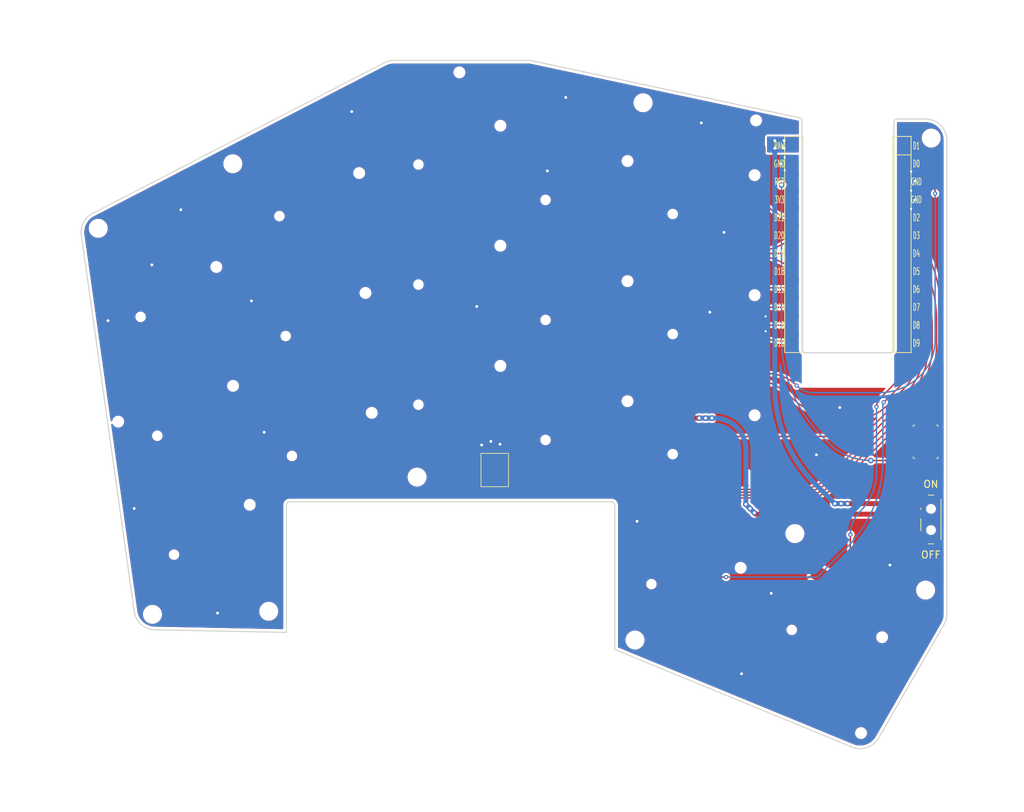
<source format=kicad_pcb>
(kicad_pcb (version 20241229) (generator "pcbnew") (generator_version "9.0")
  (title_block (title "slimsplaydy_left") (date "2025-06-18") (rev "1.0") (company "huntercook"))
  (layers (0 "F.Cu" signal) (2 "B.Cu" signal) (13 "F.Paste" user) (15 "B.Paste" user) (5 "F.SilkS" user "F.Silkscreen") (7 "B.SilkS" user "B.Silkscreen") (1 "F.Mask" user) (3 "B.Mask" user) (25 "Edge.Cuts" user))
  (net 0 "")
  (net 1 "RAW")
  (net 2 "GND")
  (net 3 "RST")
  (net 5 "finger_inner_top")
  (net 6 "finger_index_top")
  (net 7 "finger_middle_top")
  (net 8 "finger_ring_top")
  (net 9 "finger_pinky_home")
  (net 10 "finger_ring_home")
  (net 11 "finger_middle_home")
  (net 12 "finger_index_home")
  (net 13 "finger_inner_home")
  (net 15 "finger_pinky_bottom")
  (net 16 "finger_ring_bottom")
  (net 17 "finger_middle_bottom")
  (net 18 "finger_index_bottom")
  (net 19 "finger_inner_bottom")
  (net 20 "finger_pinky_top")
  (net 21 "thumb_tucky_fan")
  (net 22 "thumb_reachy_fan")
  (net 23 "BAT_P")
  (footprint "PG1316S" (layer "F.Cu") (at 53.047877 -32.450245)
    (property "Reference" "S11" (hide yes))
    (property "Value" "PG1316S")
  )
  (footprint "ceoloide:mounting_hole_npth" (layer "F.Cu") (at 61.047877 -60.450245)
    (property "Reference" "MH15" (hide yes))
    (property "Value" "")
  )
  (footprint "PG1316S" (layer "F.Cu") (at 71.047877 -47.450245)
    (property "Reference" "S15" (hide yes))
    (property "Value" "PG1316S")
  )
  (footprint "ceoloide:mounting_hole_npth" (layer "F.Cu") (at 77.047877 -57.950245)
    (property "Reference" "MH4" (hide yes))
    (property "Value" "")
  )
  (footprint "Molex_Pico_EZMate_Plus_1x02" (layer "F.Cu") (at 40.047876 -8.450245)
    (property "Reference" "CONN1" (hide yes))
    (property "Value" "Battery Connector")
  )
  (footprint "PG1316S" (layer "F.Cu") (at 68.547877 6.549755 -15)
    (property "Reference" "S16" (hide yes))
    (property "Value" "PG1316S")
  )
  (footprint "PG1316S" (layer "F.Cu") (at 35.047876 -20.450245)
    (property "Reference" "S7" (hide yes))
    (property "Value" "PG1316S")
  )
  (footprint "ceoloide:mounting_hole_npth" (layer "F.Cu") (at 101.047877 8.549755)
    (property "Reference" "MH8" (hide yes))
    (property "Value" "")
  )
  (footprint "PG1316S" (layer "F.Cu") (at 15.207686 -47.44889 3)
    (property "Reference" "S6" (hide yes))
    (property "Value" "PG1316S")
  )
  (footprint "PG1316S" (layer "F.Cu") (at 88.498543 14.699368 -30)
    (property "Reference" "S17" (hide yes))
    (property "Value" "PG1316S")
  )
  (footprint "ceoloide:reset_switch_smd_side" (layer "F.Cu") (at 101.047877 -12.450245 -90)
    (property "Reference" "RST1" (hide yes))
    (property "Value" "Reset SW")
  )
  (footprint "ceoloide:mounting_hole_npth" (layer "F.Cu") (at 101.847877 -55.450245)
    (property "Reference" "MH5" (hide yes))
    (property "Value" "")
  )
  (footprint "ceoloide:mounting_hole_npth" (layer "F.Cu") (at 35.047876 -64.750244)
    (property "Reference" "MH3" (hide yes))
    (property "Value" "")
  )
  (footprint "PG1316S" (layer "F.Cu") (at 71.047877 -13.450245)
    (property "Reference" "S13" (hide yes))
    (property "Value" "PG1316S")
  )
  (footprint "ceoloide:mounting_hole_npth" (layer "F.Cu") (at -13.258891 -15.303653 8)
    (property "Reference" "MH2" (hide yes))
    (property "Value" "")
  )
  (footprint "ceoloide:mounting_hole_npth" (layer "F.Cu") (at 2.962452 -51.814006 3)
    (property "Reference" "MH14" (hide yes))
    (property "Value" "")
  )
  (footprint "PG1316S" (layer "F.Cu") (at 71.047877 -30.450245)
    (property "Reference" "S14" (hide yes))
    (property "Value" "PG1316S")
  )
  (footprint "PG1316S" (layer "F.Cu") (at 53.047877 -15.450245)
    (property "Reference" "S10" (hide yes))
    (property "Value" "PG1316S")
  )
  (footprint "PG1316S" (layer "F.Cu") (at -2.365943 -16.834557 8)
    (property "Reference" "S2" (hide yes))
    (property "Value" "PG1316S")
  )
  (footprint "ceoloide:mounting_hole_npth" (layer "F.Cu") (at -16.095884 -42.675198 8)
    (property "Reference" "MH13" (hide yes))
    (property "Value" "")
  )
  (footprint "PG1316S" (layer "F.Cu") (at 16.097398 -30.472188 3)
    (property "Reference" "S5" (hide yes))
    (property "Value" "PG1316S")
  )
  (footprint "ceoloide:mounting_hole_npth" (layer "F.Cu") (at 91.908797 28.792635 -30)
    (property "Reference" "MH1" (hide yes))
    (property "Value" "")
  )
  (footprint "ceoloide:mcu_nice_nano" (layer "F.Cu") (at 90.047877 -41.650245)
    (property "Reference" "MCU1" (hide yes))
    (property "Value" "nice_nano")
  )
  (footprint "PG1316S" (layer "F.Cu") (at 16.987109 -13.495486 3)
    (property "Reference" "S4" (hide yes))
    (property "Value" "PG1316S")
  )
  (footprint "PG1316S" (layer "F.Cu") (at 35.047876 -37.450245)
    (property "Reference" "S8" (hide yes))
    (property "Value" "PG1316S")
  )
  (footprint "ceoloide:mounting_hole_npth" (layer "F.Cu") (at 29.047876 -7.450245)
    (property "Reference" "MH10" (hide yes))
    (property "Value" "")
  )
  (footprint "ceoloide:mounting_hole_npth" (layer "F.Cu") (at 59.905312 15.622025 -15)
    (property "Reference" "MH9" (hide yes))
    (property "Value" "")
  )
  (footprint "ceoloide:mounting_hole_npth" (layer "F.Cu") (at -8.413529 11.987599 8)
    (property "Reference" "MH12" (hide yes))
    (property "Value" "")
  )
  (footprint "PG1316S" (layer "F.Cu") (at 0 0 8)
    (property "Reference" "S1" (hide yes))
    (property "Value" "PG1316S")
  )
  (footprint "PG1316S" (layer "F.Cu") (at -4.731885 -33.669114 8)
    (property "Reference" "S3" (hide yes))
    (property "Value" "PG1316S")
  )
  (footprint "ceoloide:mounting_hole_npth" (layer "F.Cu") (at 82.547877 0.549755)
    (property "Reference" "MH7" (hide yes))
    (property "Value" "")
  )
  (footprint "PG1316S" (layer "F.Cu") (at 53.047877 -49.450245)
    (property "Reference" "S12" (hide yes))
    (property "Value" "PG1316S")
  )
  (footprint "ceoloide:power_switch_smd_side" (layer "F.Cu") (at 101.797877 -1.450245)
    (property "Reference" "PWR1" (hide yes))
    (property "Value" "Power SW")
  )
  (footprint "PG1316S" (layer "F.Cu") (at 35.047876 -54.450245)
    (property "Reference" "S9" (hide yes))
    (property "Value" "PG1316S")
  )
  (footprint "ceoloide:mounting_hole_npth" (layer "F.Cu") (at 90.047877 -21.450245)
    (property "Reference" "MH6" (hide yes))
    (property "Value" "")
  )
  (footprint "ceoloide:mounting_hole_npth" (layer "F.Cu") (at 8.047876 11.549756)
    (property "Reference" "MH11" (hide yes))
    (property "Value" "")
  )
  (footprint "magsafe" (layer "B.Cu") (at 45.047877 -32.450245)
    (property "Reference" "MAG1" (hide yes))
    (property "Value" "")
  )
  (gr_line (start 11.047876 -3.950245) (end 56.547876 -3.950245) (stroke (width 0.15)) (layer "Edge.Cuts"))
  (gr_arc (start 104.047877 11.946544) (mid 103.945797 12.722423) (end 103.646546 13.445516) (stroke (width 0.15)) (layer "Edge.Cuts"))
  (gr_line (start -10.994404 11.586957) (end -18.484237 -41.705976) (stroke (width 0.15)) (layer "Edge.Cuts"))
  (gr_line (start 90.645777 30.775903) (end 57.047876 16.955536) (stroke (width 0.15)) (layer "Edge.Cuts"))
  (gr_line (start 97.047877 -58.150245) (end 101.047877 -58.150245) (stroke (width 0.15)) (layer "Edge.Cuts"))
  (gr_line (start 25.776887 -66.450245) (end 44.732181 -66.450245) (stroke (width 0.15)) (layer "Edge.Cuts"))
  (gr_arc (start 96.547877 -57.650245) (mid 96.694338 -58.003777) (end 97.047877 -58.150245) (stroke (width 0.15)) (layer "Edge.Cuts"))
  (gr_arc (start 44.732181 -66.450245) (mid 45.046143 -66.433773) (end 45.356657 -66.38453) (stroke (width 0.15)) (layer "Edge.Cuts"))
  (gr_arc (start 10.547876 -3.450245) (mid 10.694337 -3.803778) (end 11.047876 -3.950245) (stroke (width 0.15)) (layer "Edge.Cuts"))
  (gr_line (start 10.547876 14.539434) (end -8.083261 14.168844) (stroke (width 0.15)) (layer "Edge.Cuts"))
  (gr_arc (start -18.484237 -41.705976) (mid -18.178284 -43.501382) (end -16.890158 -44.788947) (stroke (width 0.15)) (layer "Edge.Cuts"))
  (gr_arc (start 96.547877 -25.550245) (mid 96.401445 -25.196671) (end 96.047877 -25.050245) (stroke (width 0.15)) (layer "Edge.Cuts"))
  (gr_line (start -16.890158 -44.788947) (end 24.400162 -66.115696) (stroke (width 0.15)) (layer "Edge.Cuts"))
  (gr_line (start 57.047876 -3.450245) (end 57.047876 16.955536) (stroke (width 0.15)) (layer "Edge.Cuts"))
  (gr_arc (start 24.400162 -66.115696) (mid 25.068492 -66.365407) (end 25.776887 -66.450245) (stroke (width 0.15)) (layer "Edge.Cuts"))
  (gr_arc (start 101.047877 -58.150245) (mid 103.169228 -57.271576) (end 104.047877 -55.150245) (stroke (width 0.15)) (layer "Edge.Cuts"))
  (gr_line (start 10.547876 14.539434) (end 10.547876 -3.450245) (stroke (width 0.15)) (layer "Edge.Cuts"))
  (gr_arc (start 56.547876 -3.950245) (mid 56.901461 -3.80381) (end 57.047876 -3.450245) (stroke (width 0.15)) (layer "Edge.Cuts"))
  (gr_line (start 83.547877 -25.550245) (end 83.547877 -57.851867) (stroke (width 0.15)) (layer "Edge.Cuts"))
  (gr_line (start 45.356657 -66.38453) (end 83.151956 -58.340914) (stroke (width 0.15)) (layer "Edge.Cuts"))
  (gr_arc (start -8.083261 14.168844) (mid -10.014194 13.413883) (end -10.994404 11.586957) (stroke (width 0.15)) (layer "Edge.Cuts"))
  (gr_arc (start 94.385703 29.500432) (mid 92.755394 30.840913) (end 90.645777 30.775903) (stroke (width 0.15)) (layer "Edge.Cuts"))
  (gr_line (start 104.047877 -55.150245) (end 104.047877 11.946544) (stroke (width 0.15)) (layer "Edge.Cuts"))
  (gr_arc (start 84.047877 -25.050245) (mid 83.694354 -25.196702) (end 83.547877 -25.550245) (stroke (width 0.15)) (layer "Edge.Cuts"))
  (gr_line (start 96.547877 -25.550245) (end 96.547877 -57.650245) (stroke (width 0.15)) (layer "Edge.Cuts"))
  (gr_line (start 103.646546 13.445516) (end 94.385703 29.500432) (stroke (width 0.15)) (layer "Edge.Cuts"))
  (gr_line (start 84.047877 -25.050245) (end 96.047877 -25.050245) (stroke (width 0.15)) (layer "Edge.Cuts"))
  (gr_arc (start 83.151956 -58.340914) (mid 83.436489 -58.166478) (end 83.547877 -57.851867) (stroke (width 0.15)) (layer "Edge.Cuts"))
  (segment (start 89.1 -3.700245) (end 90 -3.700245) (width 0.7) (layer "F.Cu") (net 1))
  (segment (start 90 -3.700245) (end 100.062877 -3.700245) (width 0.7) (layer "F.Cu") (net 1))
  (segment (start 88.2 -3.7) (end 88.200245 -3.700245) (width 0.7) (layer "F.Cu") (net 1))
  (segment (start 88.200245 -3.700245) (end 89.1 -3.700245) (width 0.7) (layer "F.Cu") (net 1))
  (segment (start 100.062632 -3.7) (end 100.062877 -3.700245) (width 0.7) (layer "F.Cu") (net 1))
  (via (at 79.7 -54) (size 0.8) (drill 0.4) (layers "F.Cu" "B.Cu") (net 1))
  (via (at 81 -54) (size 0.8) (drill 0.4) (layers "F.Cu" "B.Cu") (net 1))
  (via (at 89.1 -3.700245) (size 0.8) (drill 0.4) (layers "F.Cu" "B.Cu") (net 1))
  (via (at 79.7 -55.1) (size 0.8) (drill 0.4) (layers "F.Cu" "B.Cu") (net 1))
  (via (at 90 -3.700245) (size 0.8) (drill 0.4) (layers "F.Cu" "B.Cu") (net 1))
  (via (at 88.2 -3.7) (size 0.8) (drill 0.4) (layers "F.Cu" "B.Cu") (net 1))
  (via (at 81 -55.1) (size 0.8) (drill 0.4) (layers "F.Cu" "B.Cu") (net 1))
  (segment (start 85.410289 -6.489711) (end 88.2 -3.7) (width 0.7) (layer "B.Cu") (net 1))
  (segment (start 79.7 -20.275567) (end 79.7 -54) (width 0.7) (layer "B.Cu") (net 1))
  (segment (start 88.200245 -3.700245) (end 88.2 -3.7) (width 0.7) (layer "B.Cu") (net 1))
  (segment (start 90 -3.700245) (end 88.200245 -3.700245) (width 0.7) (layer "B.Cu") (net 1))
  (arc (start 79.7 -20.275567) (mid 81.184056 -12.814715) (end 85.410289 -6.489711) (width 0.7) (layer "B.Cu") (net 1))
  (via (at 50.1 -61.2) (size 0.8) (drill 0.4) (layers "F.Cu" "B.Cu") (net 2))
  (via (at 99.5 -49.4) (size 0.6) (drill 0.3) (layers "F.Cu" "B.Cu") (net 2))
  (via (at 99.5 -46.7) (size 0.6) (drill 0.3) (layers "F.Cu" "B.Cu") (net 2))
  (via (at -11 -3) (size 0.8) (drill 0.4) (layers "F.Cu" "B.Cu") (net 2))
  (via (at 79.2 9) (size 0.8) (drill 0.4) (layers "F.Cu" "B.Cu") (net 2))
  (via (at 81.1 -50.9) (size 0.6) (drill 0.3) (layers "F.Cu" "B.Cu") (net 2))
  (via (at 47.5 -50.8) (size 0.8) (drill 0.4) (layers "F.Cu" "B.Cu") (net 2))
  (via (at 60.2 -1.2) (size 0.8) (drill 0.4) (layers "F.Cu" "B.Cu") (net 2))
  (via (at 40.8 -12.1) (size 0.8) (drill 0.4) (layers "F.Cu" "B.Cu") (net 2))
  (via (at -4.4 -45.3) (size 0.8) (drill 0.4) (layers "F.Cu" "B.Cu") (net 2))
  (via (at 38.2 -12) (size 0.8) (drill 0.4) (layers "F.Cu" "B.Cu") (net 2))
  (via (at 96 5) (size 0.8) (drill 0.4) (layers "F.Cu" "B.Cu") (net 2))
  (via (at 99 -50.7) (size 0.6) (drill 0.3) (layers "F.Cu" "B.Cu") (net 2))
  (via (at -14.7 -29.6) (size 0.8) (drill 0.4) (layers "F.Cu" "B.Cu") (net 2))
  (via (at 88.9 -17.3) (size 0.8) (drill 0.4) (layers "F.Cu" "B.Cu") (net 2))
  (via (at 78.4 -28.1) (size 0.6) (drill 0.3) (layers "F.Cu" "B.Cu") (net 2))
  (via (at 69.3 -57.6) (size 0.8) (drill 0.4) (layers "F.Cu" "B.Cu") (net 2))
  (via (at 37.5 -31.6) (size 0.8) (drill 0.4) (layers "F.Cu" "B.Cu") (net 2))
  (via (at 70.5 -30.8) (size 0.8) (drill 0.4) (layers "F.Cu" "B.Cu") (net 2))
  (via (at 72.5 -42.1) (size 0.8) (drill 0.4) (layers "F.Cu" "B.Cu") (net 2))
  (via (at -8.5 -37.5) (size 0.8) (drill 0.4) (layers "F.Cu" "B.Cu") (net 2))
  (via (at 0.8 11.8) (size 0.8) (drill 0.4) (layers "F.Cu" "B.Cu") (net 2))
  (via (at 7.4 -13.8) (size 0.8) (drill 0.4) (layers "F.Cu" "B.Cu") (net 2))
  (via (at 19.8 -59.2) (size 0.8) (drill 0.4) (layers "F.Cu" "B.Cu") (net 2))
  (via (at 75 20.4) (size 0.8) (drill 0.4) (layers "F.Cu" "B.Cu") (net 2))
  (via (at 99 -45.4) (size 0.6) (drill 0.3) (layers "F.Cu" "B.Cu") (net 2))
  (via (at 39.5 -12.5) (size 0.8) (drill 0.4) (layers "F.Cu" "B.Cu") (net 2))
  (via (at 78.4 -30.2) (size 0.6) (drill 0.3) (layers "F.Cu" "B.Cu") (net 2))
  (via (at 99 -48) (size 0.6) (drill 0.3) (layers "F.Cu" "B.Cu") (net 2))
  (via (at 5.6 -32.4) (size 0.8) (drill 0.4) (layers "F.Cu" "B.Cu") (net 2))
  (via (at 85.6 -10.6) (size 0.8) (drill 0.4) (layers "F.Cu" "B.Cu") (net 2))
  (via (at 80.6 -51.8) (size 0.6) (drill 0.3) (layers "F.Cu" "B.Cu") (net 2))
  (via (at 81.1 -52.7) (size 0.6) (drill 0.3) (layers "F.Cu" "B.Cu") (net 2))
  (segment (start 93.3 -9.8) (end 98 -9.8) (width 0.2) (layer "F.Cu") (net 3))
  (segment (start 82.427877 -49.270245) (end 81.120245 -49.270245) (width 0.2) (layer "F.Cu") (net 3))
  (segment (start 81.120245 -49.270245) (end 80.65 -48.8) (width 0.2) (layer "F.Cu") (net 3))
  (segment (start 98 -9.8) (end 98.025245 -9.825245) (width 0.2) (layer "F.Cu") (net 3))
  (segment (start 98.025245 -9.825245) (end 100.197877 -9.825245) (width 0.2) (layer "F.Cu") (net 3))
  (segment (start 100.197877 -9.825245) (end 100.197877 -15.075245) (width 0.2) (layer "F.Cu") (net 3))
  (via (at 80.65 -48.8) (size 0.8) (drill 0.4) (layers "F.Cu" "B.Cu") (net 3))
  (via (at 93.3 -9.8) (size 0.8) (drill 0.4) (layers "F.Cu" "B.Cu") (net 3))
  (segment (start 80.65 -27.086456) (end 80.65 -48.8) (width 0.2) (layer "B.Cu") (net 3))
  (segment (start 87.325277 -12.274723) (end 86.403347 -13.196653) (width 0.2) (layer "B.Cu") (net 3))
  (arc (start 87.325277 -12.274723) (mid 90.066452 -10.44314) (end 93.3 -9.8) (width 0.2) (layer "B.Cu") (net 3))
  (arc (start 86.403347 -13.196653) (mid 82.145247 -19.569348) (end 80.65 -27.086456) (width 0.2) (layer "B.Cu") (net 3))
  (segment (start 72.988919 -48.1) (end 71.866123 -48.1) (width 0.2) (layer "F.Cu") (net 5))
  (segment (start 68.872877 -45.196524) (end 68.872877 -44.800245) (width 0.2) (layer "F.Cu") (net 5))
  (arc (start 82.427877 -44.190245) (mid 80.470987 -44.579491) (end 78.812032 -45.687968) (width 0.2) (layer "F.Cu") (net 5))
  (arc (start 78.812032 -45.687968) (mid 76.140346 -47.473143) (end 72.988919 -48.1) (width 0.2) (layer "F.Cu") (net 5))
  (arc (start 69.704683 -47.204683) (mid 70.696379 -47.867324) (end 71.866123 -48.1) (width 0.2) (layer "F.Cu") (net 5))
  (arc (start 69.704683 -47.204683) (mid 69.089056 -46.283332) (end 68.872877 -45.196524) (width 0.2) (layer "F.Cu") (net 5))
  (segment (start 59.966792 -41.301) (end 59.46117 -41.301) (width 0.2) (layer "F.Cu") (net 6))
  (segment (start 77.263905 -39.511245) (end 64.287583 -39.511245) (width 0.2) (layer "F.Cu") (net 6))
  (arc (start 51.843768 -44.456232) (mid 51.125204 -45.531639) (end 50.872877 -46.800245) (width 0.2) (layer "F.Cu") (net 6))
  (arc (start 62.355603 -40.311497) (mid 63.242003 -39.719223) (end 64.287583 -39.511245) (width 0.2) (layer "F.Cu") (net 6))
  (arc (start 77.263905 -39.511245) (mid 80.058614 -40.067147) (end 82.427877 -41.650245) (width 0.2) (layer "F.Cu") (net 6))
  (arc (start 62.355603 -40.311497) (mid 61.259583 -41.043848) (end 59.966792 -41.301) (width 0.2) (layer "F.Cu") (net 6))
  (arc (start 59.46117 -41.301) (mid 55.338664 -42.121017) (end 51.843768 -44.456232) (width 0.2) (layer "F.Cu") (net 6))
  (segment (start 82.427877 -39.110245) (end 64.297097 -39.110245) (width 0.2) (layer "F.Cu") (net 7))
  (segment (start 59.976334 -40.9) (end 57.551409 -40.9) (width 0.2) (layer "F.Cu") (net 7))
  (segment (start 45.963256 -45.7) (end 40.391794 -45.7) (width 0.2) (layer "F.Cu") (net 7))
  (segment (start 32.872876 -51.589019) (end 32.872876 -51.800245) (width 0.2) (layer "F.Cu") (net 7))
  (arc (start 32.872876 -51.589019) (mid 33.233415 -49.776465) (end 34.260145 -48.239855) (width 0.2) (layer "F.Cu") (net 7))
  (arc (start 40.391794 -45.7) (mid 37.073409 -46.360068) (end 34.260145 -48.239855) (width 0.2) (layer "F.Cu") (net 7))
  (arc (start 62.065262 -40.034738) (mid 61.106854 -40.675126) (end 59.976334 -40.9) (width 0.2) (layer "F.Cu") (net 7))
  (arc (start 50.293799 -43.906201) (mid 53.623619 -41.681287) (end 57.551409 -40.9) (width 0.2) (layer "F.Cu") (net 7))
  (arc (start 50.293799 -43.906201) (mid 48.306902 -45.23382) (end 45.963256 -45.7) (width 0.2) (layer "F.Cu") (net 7))
  (arc (start 62.065262 -40.034738) (mid 63.089271 -39.350496) (end 64.297097 -39.110245) (width 0.2) (layer "F.Cu") (net 7))
  (segment (start 16.303634 -48) (end 15.958239 -48) (width 0.2) (layer "F.Cu") (net 8))
  (segment (start 13.174357 -45.233622) (end 13.174357 -44.688691) (width 0.2) (layer "F.Cu") (net 8))
  (segment (start 77.26386 -38.709245) (end 64.010797 -38.709245) (width 0.2) (layer "F.Cu") (net 8))
  (segment (start 45.636399 -41.3) (end 29.64718 -41.3) (width 0.2) (layer "F.Cu") (net 8))
  (segment (start 24.95745 -43.24255) (end 22.955146 -45.244854) (width 0.2) (layer "F.Cu") (net 8))
  (segment (start 50.524136 -40.86073) (end 50.530007 -40.859667) (width 0.2) (layer "F.Cu") (net 8))
  (segment (start 59.768503 -40.46645) (end 54.905327 -40.46645) (width 0.2) (layer "F.Cu") (net 8))
  (arc (start 50.530007 -40.859667) (mid 52.70885 -40.564952) (end 54.905327 -40.46645) (width 0.2) (layer "F.Cu") (net 8))
  (arc (start 13.980978 -47.180978) (mid 14.888166 -47.787149) (end 15.958239 -48) (width 0.2) (layer "F.Cu") (net 8))
  (arc (start 61.984238 -39.548662) (mid 60.96765 -40.227924) (end 59.768503 -40.46645) (width 0.2) (layer "F.Cu") (net 8))
  (arc (start 50.524136 -40.86073) (mid 48.090117 -41.189961) (end 45.636399 -41.3) (width 0.2) (layer "F.Cu") (net 8))
  (arc (start 13.174357 -45.233622) (mid 13.383991 -46.287523) (end 13.980978 -47.180978) (width 0.2) (layer "F.Cu") (net 8))
  (arc (start 24.95745 -43.24255) (mid 27.109116 -41.804852) (end 29.64718 -41.3) (width 0.2) (layer "F.Cu") (net 8))
  (arc (start 64.010797 -38.709245) (mid 62.91402 -38.927407) (end 61.984238 -39.548662) (width 0.2) (layer "F.Cu") (net 8))
  (arc (start 82.427877 -36.570245) (mid 80.058611 -38.153334) (end 77.26386 -38.709245) (width 0.2) (layer "F.Cu") (net 8))
  (arc (start 22.955146 -45.244854) (mid 19.903406 -47.283961) (end 16.303634 -48) (width 0.2) (layer "F.Cu") (net 8))
  (segment (start -7.94868 -27.086767) (end -4.150967 -13.907645) (width 0.2) (layer "F.Cu") (net 9))
  (segment (start 34.479864 -39) (end 3.976385 -39) (width 0.2) (layer "F.Cu") (net 9))
  (segment (start 82.208877 -34.249245) (end 52.530316 -34.249245) (width 0.2) (layer "F.Cu") (net 9))
  (segment (start 82.427877 -34.030245) (end 82.208877 -34.249245) (width 0.2) (layer "F.Cu") (net 9))
  (arc (start -7.94868 -27.086767) (mid -8.36149 -29.01956) (end -8.5 -30.991087) (width 0.2) (layer "F.Cu") (net 9))
  (arc (start 52.530316 -34.249245) (mid 47.472257 -34.903727) (end 42.74743 -36.824024) (width 0.2) (layer "F.Cu") (net 9))
  (arc (start 3.976385 -39) (mid -2.007014 -37.809828) (end -7.079511 -34.420489) (width 0.2) (layer "F.Cu") (net 9))
  (arc (start 42.74743 -36.824024) (mid 38.754426 -38.446898) (end 34.479864 -39) (width 0.2) (layer "F.Cu") (net 9))
  (arc (start -7.079511 -34.420489) (mid -8.130827 -32.847083) (end -8.5 -30.991087) (width 0.2) (layer "F.Cu") (net 9))
  (segment (start 37.024621 -37) (end 34.013201 -37) (width 0.2) (layer "F.Cu") (net 10))
  (segment (start 14.064069 -28.089221) (end 14.064069 -27.711989) (width 0.2) (layer "F.Cu") (net 10))
  (segment (start 82.427877 -31.490245) (end 76.387644 -31.490245) (width 0.2) (layer "F.Cu") (net 10))
  (segment (start 72.259946 -33.2) (end 51.427049 -33.2) (width 0.2) (layer "F.Cu") (net 10))
  (segment (start 21.217965 -31.7) (end 17.745676 -31.7) (width 0.2) (layer "F.Cu") (net 10))
  (arc (start 41.279387 -35.877363) (mid 39.224723 -36.714642) (end 37.024621 -37) (width 0.2) (layer "F.Cu") (net 10))
  (arc (start 34.013201 -37) (mid 29.566382 -36.115473) (end 25.796532 -33.596532) (width 0.2) (layer "F.Cu") (net 10))
  (arc (start 15.106945 -30.606945) (mid 14.335104 -29.451804) (end 14.064069 -28.089221) (width 0.2) (layer "F.Cu") (net 10))
  (arc (start 74.888984 -32.111013) (mid 75.576574 -31.651577) (end 76.387644 -31.490245) (width 0.2) (layer "F.Cu") (net 10))
  (arc (start 25.796532 -33.596532) (mid 23.69583 -32.192875) (end 21.217965 -31.7) (width 0.2) (layer "F.Cu") (net 10))
  (arc (start 72.259946 -33.2) (mid 73.682774 -32.916981) (end 74.888984 -32.111013) (width 0.2) (layer "F.Cu") (net 10))
  (arc (start 51.427049 -33.2) (mid 46.179573 -33.880605) (end 41.279387 -35.877363) (width 0.2) (layer "F.Cu") (net 10))
  (arc (start 17.745676 -31.7) (mid 16.317657 -31.415949) (end 15.106945 -30.606945) (width 0.2) (layer "F.Cu") (net 10))
  (segment (start 82.427877 -28.950245) (end 79.462548 -28.950245) (width 0.2) (layer "F.Cu") (net 11))
  (segment (start 70.170889 -32.799) (end 50.307135 -32.799) (width 0.2) (layer "F.Cu") (net 11))
  (segment (start 32.872876 -34.403804) (end 32.872876 -34.800245) (width 0.2) (layer "F.Cu") (net 11))
  (segment (start 41.376977 -29.1) (end 38.928529 -29.1) (width 0.2) (layer "F.Cu") (net 11))
  (arc (start 38.928529 -29.1) (mid 36.407697 -29.601425) (end 34.270601 -31.029399) (width 0.2) (layer "F.Cu") (net 11))
  (arc (start 50.307135 -32.799) (mid 47.712758 -32.282947) (end 45.513333 -30.813334) (width 0.2) (layer "F.Cu") (net 11))
  (arc (start 79.462548 -28.950245) (mid 76.494314 -29.540663) (end 73.977967 -31.222033) (width 0.2) (layer "F.Cu") (net 11))
  (arc (start 41.376977 -29.1) (mid 43.615557 -29.545281) (end 45.513333 -30.813334) (width 0.2) (layer "F.Cu") (net 11))
  (arc (start 73.977967 -31.222033) (mid 72.231244 -32.389169) (end 70.170889 -32.799) (width 0.2) (layer "F.Cu") (net 11))
  (arc (start 34.270601 -31.029399) (mid 33.236133 -32.577589) (end 32.872876 -34.403804) (width 0.2) (layer "F.Cu") (net 11))
  (segment (start 50.872877 -29.857663) (end 50.872877 -29.800245) (width 0.2) (layer "F.Cu") (net 12))
  (segment (start 69.805122 -32.398) (end 55.59152 -32.398) (width 0.2) (layer "F.Cu") (net 12))
  (segment (start 73.726176 -30.773835) (end 75.738028 -28.761963) (width 0.2) (layer "F.Cu") (net 12))
  (segment (start 82.138122 -26.7) (end 80.716011 -26.7) (width 0.2) (layer "F.Cu") (net 12))
  (segment (start 82.427877 -26.410245) (end 82.138122 -26.7) (width 0.2) (layer "F.Cu") (net 12))
  (arc (start 69.805122 -32.398) (mid 71.927183 -31.975893) (end 73.726176 -30.773835) (width 0.2) (layer "F.Cu") (net 12))
  (arc (start 80.716011 -26.7) (mid 78.021943 -27.235887) (end 75.738028 -28.761963) (width 0.2) (layer "F.Cu") (net 12))
  (arc (start 50.872877 -29.857663) (mid 50.948997 -30.240346) (end 51.16577 -30.56477) (width 0.2) (layer "F.Cu") (net 12))
  (arc (start 55.59152 -32.398) (mid 53.196345 -31.92157) (end 51.16577 -30.56477) (width 0.2) (layer "F.Cu") (net 12))
  (segment (start 99.5 -53.9) (end 99.995873 -53.404127) (width 0.2) (layer "F.Cu") (net 13))
  (segment (start 97.667877 -54.350245) (end 98.413071 -54.350245) (width 0.2) (layer "F.Cu") (net 13))
  (segment (start 78.695877 -22.1) (end 76.239265 -22.1) (width 0.2) (layer "F.Cu") (net 13))
  (via (at 102.4 -47.6) (size 0.6) (drill 0.3) (layers "F.Cu" "B.Cu") (net 13))
  (via (at 82.8 -20.4) (size 0.6) (drill 0.3) (layers "F.Cu" "B.Cu") (net 13))
  (arc (start 82.8 -20.4) (mid 80.916996 -21.658193) (end 78.695877 -22.1) (width 0.2) (layer "F.Cu") (net 13))
  (arc (start 70.197347 -24.602653) (mid 69.217096 -26.069703) (end 68.872877 -27.800245) (width 0.2) (layer "F.Cu") (net 13))
  (arc (start 99.5 -53.9) (mid 99.00129 -54.23324) (end 98.413071 -54.350245) (width 0.2) (layer "F.Cu") (net 13))
  (arc (start 76.239265 -22.1) (mid 72.969411 -22.750414) (end 70.197347 -24.602653) (width 0.2) (layer "F.Cu") (net 13))
  (arc (start 102.4 -47.6) (mid 101.775188 -50.741196) (end 99.995873 -53.404127) (width 0.2) (layer "F.Cu") (net 13))
  (segment (start 94.510555 -19.4) (end 85.462766 -19.4) (width 0.2) (layer "B.Cu") (net 13))
  (segment (start 85.462766 -19.4) (end 85.214202 -19.4) (width 0.2) (layer "B.Cu") (net 13))
  (segment (start 102.4 -47.6) (end 102.4 -26.874391) (width 0.2) (layer "B.Cu") (net 13))
  (arc (start 100.296789 -21.796789) (mid 97.641994 -20.022882) (end 94.510555 -19.4) (width 0.2) (layer "B.Cu") (net 13))
  (arc (start 100.296789 -21.796789) (mid 101.853394 -24.126413) (end 102.4 -26.874391) (width 0.2) (layer "B.Cu") (net 13))
  (arc (start 85.214202 -19.4) (mid 83.907649 -19.65989) (end 82.8 -20.4) (width 0.2) (layer "B.Cu") (net 13))
  (segment (start 99.31097 -16.81097) (end 89.391317 -6.891317) (width 0.2) (layer "F.Cu") (net 15))
  (segment (start 2.936713 -1.2) (end 1.481206 -1.2) (width 0.2) (layer "F.Cu") (net 15))
  (segment (start 103.2 -30.834553) (end 103.2 -26.199918) (width 0.2) (layer "F.Cu") (net 15))
  (segment (start 83.621172 -4.501245) (end 10.906541 -4.501245) (width 0.2) (layer "F.Cu") (net 15))
  (segment (start -1.785024 1.969604) (end -1.785024 2.926912) (width 0.2) (layer "F.Cu") (net 15))
  (arc (start 8.336829 -3.436832) (mid 9.515822 -4.224613) (end 10.906541 -4.501245) (width 0.2) (layer "F.Cu") (net 15))
  (arc (start 8.336829 -3.436832) (mid 5.859212 -1.781323) (end 2.936713 -1.2) (width 0.2) (layer "F.Cu") (net 15))
  (arc (start 97.667877 -44.190245) (mid 101.762254 -38.062588) (end 103.2 -30.834553) (width 0.2) (layer "F.Cu") (net 15))
  (arc (start 83.621172 -4.501245) (mid 86.743952 -5.122404) (end 89.391317 -6.891317) (width 0.2) (layer "F.Cu") (net 15))
  (arc (start 99.31097 -16.81097) (mid 102.189274 -21.118656) (end 103.2 -26.199918) (width 0.2) (layer "F.Cu") (net 15))
  (arc (start -1.785024 1.969604) (mid -1.548955 0.782807) (end -0.876685 -0.223315) (width 0.2) (layer "F.Cu") (net 15))
  (arc (start -0.876685 -0.223315) (mid 0.205118 -0.946166) (end 1.481206 -1.2) (width 0.2) (layer "F.Cu") (net 15))
  (segment (start 14.95378 -9.712685) (end 14.95378 -10.735287) (width 0.2) (layer "F.Cu") (net 16))
  (segment (start 102.6 -29.743064) (end 102.6 -26.256816) (width 0.2) (layer "F.Cu") (net 16))
  (segment (start 98.88287 -17.28287) (end 88.541319 -6.941319) (width 0.2) (layer "F.Cu") (net 16))
  (segment (start 83.618558 -4.902245) (end 21.218782 -4.902245) (width 0.2) (layer "F.Cu") (net 16))
  (arc (start 16.061513 -7.038487) (mid 15.241655 -8.265452) (end 14.95378 -9.712685) (width 0.2) (layer "F.Cu") (net 16))
  (arc (start 102.6 -29.743064) (mid 101.318186 -36.187177) (end 97.667877 -41.650245) (width 0.2) (layer "F.Cu") (net 16))
  (arc (start 102.6 -26.256816) (mid 101.633949 -21.400151) (end 98.88287 -17.28287) (width 0.2) (layer "F.Cu") (net 16))
  (arc (start 83.618558 -4.902245) (mid 86.282737 -5.432183) (end 88.541319 -6.941319) (width 0.2) (layer "F.Cu") (net 16))
  (arc (start 16.061513 -7.038487) (mid 18.427717 -5.457423) (end 21.218782 -4.902245) (width 0.2) (layer "F.Cu") (net 16))
  (segment (start 32.872876 -13.545969) (end 32.872876 -17.800245) (width 0.2) (layer "F.Cu") (net 17))
  (segment (start 83.262445 -5.303245) (end 41.579119 -5.303245) (width 0.2) (layer "F.Cu") (net 17))
  (segment (start 98.615783 -17.915783) (end 87.941283 -7.241283) (width 0.2) (layer "F.Cu") (net 17))
  (segment (start 35.148995 -8.051005) (end 35.292925 -7.907074) (width 0.2) (layer "F.Cu") (net 17))
  (segment (start 102 -28.651625) (end 102 -26.086007) (width 0.2) (layer "F.Cu") (net 17))
  (arc (start 102 -28.651625) (mid 100.874127 -34.311771) (end 97.667877 -39.110245) (width 0.2) (layer "F.Cu") (net 17))
  (arc (start 83.262445 -5.303245) (mid 85.794614 -5.806925) (end 87.941283 -7.241283) (width 0.2) (layer "F.Cu") (net 17))
  (arc (start 35.148995 -8.051005) (mid 33.464407 -10.572144) (end 32.872876 -13.545969) (width 0.2) (layer "F.Cu") (net 17))
  (arc (start 102 -26.086007) (mid 101.120471 -21.664314) (end 98.615783 -17.915783) (width 0.2) (layer "F.Cu") (net 17))
  (arc (start 35.292925 -7.907074) (mid 38.177055 -5.979958) (end 41.579119 -5.303245) (width 0.2) (layer "F.Cu") (net 17))
  (segment (start 83.082677 -5.704245) (end 57.3664 -5.704245) (width 0.2) (layer "F.Cu") (net 18))
  (segment (start 98.458143 -18.658143) (end 87.216552 -7.416552) (width 0.2) (layer "F.Cu") (net 18))
  (segment (start 101.4 -28.248183) (end 101.4 -25.760413) (width 0.2) (layer "F.Cu") (net 18))
  (segment (start 97.667877 -36.570245) (end 98.154423 -36.083699) (width 0.2) (layer "F.Cu") (net 18))
  (segment (start 50.872877 -10.897179) (end 50.872877 -12.800245) (width 0.2) (layer "F.Cu") (net 18))
  (arc (start 98.458143 -18.658143) (mid 100.635436 -21.916692) (end 101.4 -25.760413) (width 0.2) (layer "F.Cu") (net 18))
  (arc (start 52.124481 -7.875519) (mid 54.529494 -6.268541) (end 57.3664 -5.704245) (width 0.2) (layer "F.Cu") (net 18))
  (arc (start 52.124481 -7.875519) (mid 51.198161 -9.261861) (end 50.872877 -10.897179) (width 0.2) (layer "F.Cu") (net 18))
  (arc (start 98.154423 -36.083699) (mid 100.556502 -32.488734) (end 101.4 -28.248183) (width 0.2) (layer "F.Cu") (net 18))
  (arc (start 87.216552 -7.416552) (mid 85.319914 -6.149259) (end 83.082677 -5.704245) (width 0.2) (layer "F.Cu") (net 18))
  (segment (start 98.262635 -19.362635) (end 93.892993 -14.992993) (width 0.2) (layer "F.Cu") (net 19))
  (segment (start 89.564324 -13.2) (end 71.004188 -13.2) (width 0.2) (layer "F.Cu") (net 19))
  (segment (start 100.8 -28.123682) (end 100.8 -25.488375) (width 0.2) (layer "F.Cu") (net 19))
  (segment (start 97.667877 -34.030245) (end 98.838175 -32.859947) (width 0.2) (layer "F.Cu") (net 19))
  (arc (start 69.631252 -12.631252) (mid 69.069972 -11.791237) (end 68.872877 -10.800245) (width 0.2) (layer "F.Cu") (net 19))
  (arc (start 69.631252 -12.631252) (mid 70.261183 -13.0522) (end 71.004188 -13.2) (width 0.2) (layer "F.Cu") (net 19))
  (arc (start 100.8 -25.488375) (mid 100.14056 -22.173148) (end 98.262635 -19.362635) (width 0.2) (layer "F.Cu") (net 19))
  (arc (start 100.8 -28.123682) (mid 100.290138 -30.68693) (end 98.838175 -32.859947) (width 0.2) (layer "F.Cu") (net 19))
  (arc (start 89.564324 -13.2) (mid 91.906983 -13.665984) (end 93.892993 -14.992993) (width 0.2) (layer "F.Cu") (net 19))
  (segment (start -6.516909 -30.233124) (end -6.516909 -30.742202) (width 0.2) (layer "F.Cu") (net 20))
  (segment (start 75.454905 -21.5) (end 64.82487 -21.5) (width 0.2) (layer "F.Cu") (net 20))
  (segment (start 59.272188 -23.8) (end 45.965785 -23.8) (width 0.2) (layer "F.Cu") (net 20))
  (segment (start 100.2 -28.065354) (end 100.2 -25.422926) (width 0.2) (layer "F.Cu") (net 20))
  (segment (start 97.921046 -19.921046) (end 95.531304 -17.531304) (width 0.2) (layer "F.Cu") (net 20))
  (segment (start 97.667877 -31.490245) (end 98.195541 -31.490245) (width 0.2) (layer "F.Cu") (net 20))
  (segment (start 1.600113 -26.2) (end -0.591109 -26.2) (width 0.2) (layer "F.Cu") (net 20))
  (segment (start 41.86172 -22.1) (end 11.498339 -22.1) (width 0.2) (layer "F.Cu") (net 20))
  (segment (start 91.110146 -15.7) (end 89.457307 -15.7) (width 0.2) (layer "F.Cu") (net 20))
  (arc (start 62.563176 -22.436824) (mid 61.053254 -23.445725) (end 59.272188 -23.8) (width 0.2) (layer "F.Cu") (net 20))
  (arc (start 43.634243 -22.834243) (mid 44.703964 -23.549007) (end 45.965785 -23.8) (width 0.2) (layer "F.Cu") (net 20))
  (arc (start 95.531304 -17.531304) (mid 93.502859 -16.175941) (end 91.110146 -15.7) (width 0.2) (layer "F.Cu") (net 20))
  (arc (start 64.82487 -21.5) (mid 63.60085 -21.743473) (end 62.563176 -22.436824) (width 0.2) (layer "F.Cu") (net 20))
  (arc (start 11.498339 -22.1) (mid 8.728235 -22.651008) (end 6.379818 -24.220182) (width 0.2) (layer "F.Cu") (net 20))
  (arc (start 97.921046 -19.921046) (mid 99.607719 -22.44533) (end 100.2 -25.422926) (width 0.2) (layer "F.Cu") (net 20))
  (arc (start 82.01892 -18.78108) (mid 85.431681 -16.500746) (end 89.457307 -15.7) (width 0.2) (layer "F.Cu") (net 20))
  (arc (start 100.2 -28.065354) (mid 99.862845 -29.760346) (end 98.902648 -31.197352) (width 0.2) (layer "F.Cu") (net 20))
  (arc (start -0.591109 -26.2) (mid -3.370962 -26.752947) (end -5.727626 -28.327626) (width 0.2) (layer "F.Cu") (net 20))
  (arc (start -6.516909 -30.233124) (mid -6.311781 -29.201876) (end -5.727626 -28.327626) (width 0.2) (layer "F.Cu") (net 20))
  (arc (start 43.634243 -22.834243) (mid 42.820965 -22.290805) (end 41.86172 -22.1) (width 0.2) (layer "F.Cu") (net 20))
  (arc (start 98.195541 -31.490245) (mid 98.578224 -31.414125) (end 98.902648 -31.197352) (width 0.2) (layer "F.Cu") (net 20))
  (arc (start 6.379818 -24.220182) (mid 4.186871 -25.685462) (end 1.600113 -26.2) (width 0.2) (layer "F.Cu") (net 20))
  (arc (start 75.454905 -21.5) (mid 79.00731 -20.793383) (end 82.01892 -18.78108) (width 0.2) (layer "F.Cu") (net 20))
  (segment (start 95.245735 -18.175735) (end 95.275735 -18.175735) (width 0.2) (layer "F.Cu") (net 21))
  (segment (start 72.8 6.7) (end 70.219044 6.7) (width 0.2) (layer "F.Cu") (net 21))
  (segment (start 95.11 -18.04) (end 95.245735 -18.175735) (width 0.2) (layer "F.Cu") (net 21))
  (segment (start 95.275735 -18.175735) (end 97.549439 -20.449439) (width 0.2) (layer "F.Cu") (net 21))
  (segment (start 98.45584 -28.162282) (end 97.667877 -28.950245) (width 0.2) (layer "F.Cu") (net 21))
  (via (at 95.11 -18.04) (size 0.6) (drill 0.3) (layers "F.Cu" "B.Cu") (net 21))
  (via (at 72.8 6.7) (size 0.6) (drill 0.3) (layers "F.Cu" "B.Cu") (net 21))
  (arc (start 99.6 -25.4) (mid 99.302643 -26.894951) (end 98.45584 -28.162282) (width 0.2) (layer "F.Cu") (net 21))
  (arc (start 70.219044 6.7) (mid 67.806425 7.1799) (end 65.761118 8.546527) (width 0.2) (layer "F.Cu") (net 21))
  (arc (start 97.549439 -20.449439) (mid 99.067077 -22.720745) (end 99.6 -25.4) (width 0.2) (layer "F.Cu") (net 21))
  (segment (start 95 -17.93) (end 95 -9.812403) (width 0.2) (layer "B.Cu") (net 21))
  (segment (start 85.7 6.7) (end 72.8 6.7) (width 0.2) (layer "B.Cu") (net 21))
  (segment (start 95.11 -18.04) (end 95 -17.93) (width 0.2) (layer "B.Cu") (net 21))
  (segment (start 89.9 2.5) (end 85.7 6.7) (width 0.2) (layer "B.Cu") (net 21))
  (arc (start 95 -9.812403) (mid 93.674569 -3.149012) (end 89.9 2.5) (width 0.2) (layer "B.Cu") (net 21))
  (segment (start 90.4 0.7) (end 90.4 1.745393) (width 0.2) (layer "F.Cu") (net 22))
  (segment (start 97.667877 -26.410245) (end 97.667877 -23.669515) (width 0.2) (layer "F.Cu") (net 22))
  (segment (start 95.8 -19.8) (end 94.594965 -18.594965) (width 0.2) (layer "F.Cu") (net 22))
  (segment (start 85.289938 14.082198) (end 85.289938 15.906835) (width 0.2) (layer "F.Cu") (net 22))
  (segment (start 96.252506 -20.252506) (end 95.8 -19.8) (width 0.2) (layer "F.Cu") (net 22))
  (via (at 94.1 -17.4) (size 0.6) (drill 0.3) (layers "F.Cu" "B.Cu") (net 22))
  (via (at 90.4 0.7) (size 0.6) (drill 0.3) (layers "F.Cu" "B.Cu") (net 22))
  (arc (start 94.594965 -18.594965) (mid 94.228637 -18.046716) (end 94.1 -17.4) (width 0.2) (layer "F.Cu") (net 22))
  (arc (start 97.667877 -23.669515) (mid 97.300034 -21.820243) (end 96.252506 -20.252506) (width 0.2) (layer "F.Cu") (net 22))
  (arc (start 90.4 1.745393) (mid 89.636503 5.58375) (end 87.462266 8.837734) (width 0.2) (layer "F.Cu") (net 22))
  (arc (start 85.289938 14.082198) (mid 85.854508 11.243915) (end 87.462266 8.837734) (width 0.2) (layer "F.Cu") (net 22))
  (segment (start 94.1 -8.232559) (end 94.1 -17.4) (width 0.2) (layer "B.Cu") (net 22))
  (arc (start 91.743502 -2.543502) (mid 90.749165 -1.055372) (end 90.4 0.7) (width 0.2) (layer "B.Cu") (net 22))
  (arc (start 94.1 -8.232559) (mid 93.487572 -5.153677) (end 91.743502 -2.543502) (width 0.2) (layer "B.Cu") (net 22))
  (segment (start 100.062877 -2.200245) (end 76.999755 -2.200245) (width 0.7) (layer "F.Cu") (net 23))
  (segment (start 76.999755 -2.200245) (end 76.8 -2.4) (width 0.7) (layer "F.Cu") (net 23))
  (segment (start 76.8 -2.4) (end 76.2 -3) (width 0.7) (layer "F.Cu") (net 23))
  (segment (start 76.2 -3) (end 75.6 -3.6) (width 0.7) (layer "F.Cu") (net 23))
  (segment (start 70.8 -15.8) (end 69 -15.8) (width 0.7) (layer "F.Cu") (net 23))
  (segment (start 69 -15.8) (end 52.883889 -15.8) (width 0.7) (layer "F.Cu") (net 23))
  (via (at 70.8 -15.8) (size 0.8) (drill 0.4) (layers "F.Cu" "B.Cu") (net 23))
  (via (at 76.8 -2.4) (size 0.8) (drill 0.4) (layers "F.Cu" "B.Cu") (net 23))
  (via (at 76.2 -3) (size 0.8) (drill 0.4) (layers "F.Cu" "B.Cu") (net 23))
  (via (at 69.9 -15.8) (size 0.8) (drill 0.4) (layers "F.Cu" "B.Cu") (net 23))
  (via (at 75.6 -3.6) (size 0.8) (drill 0.4) (layers "F.Cu" "B.Cu") (net 23))
  (via (at 69 -15.8) (size 0.8) (drill 0.4) (layers "F.Cu" "B.Cu") (net 23))
  (arc (start 52.883889 -15.8) (mid 48.464151 -14.92086) (end 44.717292 -12.417292) (width 0.7) (layer "F.Cu") (net 23))
  (arc (start 40.547876 -10.690245) (mid 42.804328 -11.13909) (end 44.717292 -12.417292) (width 0.7) (layer "F.Cu") (net 23))
  (segment (start 70.8 -15.8) (end 69.9 -15.8) (width 0.7) (layer "B.Cu") (net 23))
  (segment (start 69 -15.8) (end 69.9 -15.8) (width 0.7) (layer "B.Cu") (net 23))
  (segment (start 71.135183 -15.8) (end 70.8 -15.8) (width 0.7) (layer "B.Cu") (net 23))
  (segment (start 76.8 -2.4) (end 75.6 -3.6) (width 0.7) (layer "B.Cu") (net 23))
  (segment (start 75.6 -3.6) (end 75.6 -11.388119) (width 0.7) (layer "B.Cu") (net 23))
  (arc (start 74.318726 -14.481274) (mid 75.267021 -13.062095) (end 75.6 -11.388119) (width 0.7) (layer "B.Cu") (net 23))
  (arc (start 74.318726 -14.481274) (mid 72.858049 -15.4573) (end 71.135183 -15.8) (width 0.7) (layer "B.Cu") (net 23))
  (zone (net 1) (net_name "RAW") (layers "F.Cu" "B.Cu") (priority 1) (connect_pads yes (clearance 0.3)) (min_thickness 0.25) (fill yes (thermal_gap 0.5) (thermal_bridge_width 0.5))
    (polygon (pts (xy 78.6 -55.680245) (xy 83.6 -55.680245) (xy 83.6 -53.4) (xy 78.6 -53.4)))
  )
  (zone (net 2) (net_name "GND") (layers "F.Cu" "B.Cu") (connect_pads (clearance 0.3)) (min_thickness 0.25) (fill yes (thermal_gap 0.5) (thermal_bridge_width 0.3))
    (polygon (pts (xy 115 -75) (xy 115 40) (xy -30 40) (xy -30 -75)))
  )
  (zone (net 0) (net_name "") (layers "F.Cu" "B.Cu" "F.SilkS") (connect_pads yes (clearance 0)) (min_thickness 0.25)
    (keepout (tracks allowed) (vias not_allowed) (pads allowed) (copperpour not_allowed) (footprints allowed))
    (fill (thermal_gap 0.5) (thermal_bridge_width 0.5))
    (polygon (pts (xy 83.5 -25.5) (xy 96.6 -25.5) (xy 96.6 -20.1) (xy 83.5 -20.1)))
  )
)
</source>
